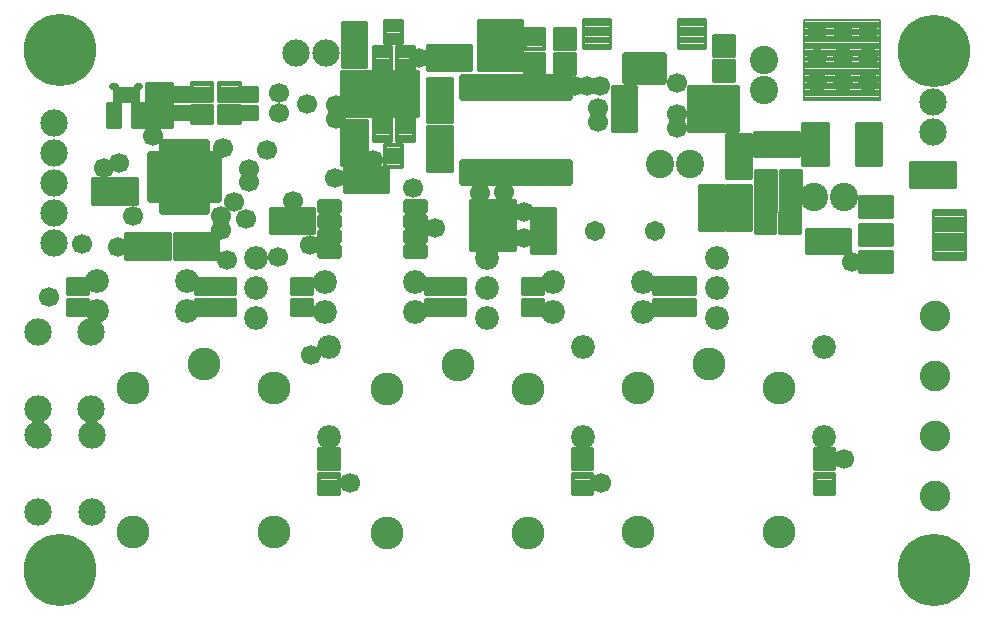
<source format=gbr>
G04 EAGLE Gerber X2 export*
G75*
%MOMM*%
%FSLAX34Y34*%
%LPD*%
%AMOC8*
5,1,8,0,0,1.08239X$1,22.5*%
G01*
%ADD10C,0.597406*%
%ADD11C,0.462000*%
%ADD12R,0.754000X0.754100*%
%ADD13R,0.754000X0.754000*%
%ADD14C,0.449500*%
%ADD15R,1.031800X0.754000*%
%ADD16C,0.553166*%
%ADD17R,0.754100X0.754000*%
%ADD18C,0.351500*%
%ADD19C,0.360000*%
%ADD20C,2.324000*%
%ADD21C,0.600000*%
%ADD22C,1.714400*%
%ADD23C,0.315000*%
%ADD24C,0.340000*%
%ADD25C,2.400200*%
%ADD26C,0.286000*%
%ADD27C,0.597659*%
%ADD28C,0.237000*%
%ADD29C,1.409600*%
%ADD30C,2.781200*%
%ADD31C,2.019200*%
%ADD32C,0.400000*%
%ADD33C,0.323072*%
%ADD34C,0.270000*%
%ADD35C,0.198000*%
%ADD36C,0.312000*%
%ADD37C,6.134000*%
%ADD38C,2.590700*%
%ADD39C,1.700000*%


D10*
X97377Y439639D02*
X95223Y439639D01*
X95223Y439761D01*
X97377Y439761D01*
X97377Y439639D01*
X76377Y439639D02*
X74223Y439639D01*
X74223Y439761D01*
X76377Y439761D01*
X76377Y439639D01*
D11*
X101065Y424278D02*
X101065Y414898D01*
X91685Y414898D01*
X91685Y424278D01*
X101065Y424278D01*
X101065Y419517D02*
X91685Y419517D01*
X91685Y424136D02*
X101065Y424136D01*
X101065Y414752D02*
X101065Y405372D01*
X91685Y405372D01*
X91685Y414752D01*
X101065Y414752D01*
X101065Y409991D02*
X91685Y409991D01*
X91685Y414610D02*
X101065Y414610D01*
D12*
X96375Y410063D03*
D13*
X96375Y419588D03*
D14*
X183597Y422290D02*
X183597Y412284D01*
X183597Y422290D02*
X196103Y422290D01*
X196103Y412284D01*
X183597Y412284D01*
X183597Y416778D02*
X196103Y416778D01*
X196103Y421272D02*
X183597Y421272D01*
X183597Y427660D02*
X183597Y437666D01*
X196103Y437666D01*
X196103Y427660D01*
X183597Y427660D01*
X183597Y432154D02*
X196103Y432154D01*
X196103Y436648D02*
X183597Y436648D01*
D15*
X189850Y432714D03*
X189850Y417236D03*
D14*
X139953Y427660D02*
X139953Y437666D01*
X139953Y427660D02*
X127447Y427660D01*
X127447Y437666D01*
X139953Y437666D01*
X139953Y432154D02*
X127447Y432154D01*
X127447Y436648D02*
X139953Y436648D01*
X139953Y422290D02*
X139953Y412284D01*
X127447Y412284D01*
X127447Y422290D01*
X139953Y422290D01*
X139953Y416778D02*
X127447Y416778D01*
X127447Y421272D02*
X139953Y421272D01*
D15*
X133700Y417236D03*
X133700Y432714D03*
D16*
X323086Y303645D02*
X338254Y303645D01*
X338254Y296605D01*
X323086Y296605D01*
X323086Y303645D01*
X323086Y302136D02*
X338254Y302136D01*
X338254Y316345D02*
X323086Y316345D01*
X338254Y316345D02*
X338254Y309305D01*
X323086Y309305D01*
X323086Y316345D01*
X323086Y314836D02*
X338254Y314836D01*
X338254Y329045D02*
X323086Y329045D01*
X338254Y329045D02*
X338254Y322005D01*
X323086Y322005D01*
X323086Y329045D01*
X323086Y327536D02*
X338254Y327536D01*
X338254Y341745D02*
X323086Y341745D01*
X338254Y341745D02*
X338254Y334705D01*
X323086Y334705D01*
X323086Y341745D01*
X323086Y340236D02*
X338254Y340236D01*
X265864Y341745D02*
X250696Y341745D01*
X265864Y341745D02*
X265864Y334705D01*
X250696Y334705D01*
X250696Y341745D01*
X250696Y340236D02*
X265864Y340236D01*
X265864Y329045D02*
X250696Y329045D01*
X265864Y329045D02*
X265864Y322005D01*
X250696Y322005D01*
X250696Y329045D01*
X250696Y327536D02*
X265864Y327536D01*
X265864Y316345D02*
X250696Y316345D01*
X265864Y316345D02*
X265864Y309305D01*
X250696Y309305D01*
X250696Y316345D01*
X250696Y314836D02*
X265864Y314836D01*
X265864Y303645D02*
X250696Y303645D01*
X265864Y303645D02*
X265864Y296605D01*
X250696Y296605D01*
X250696Y303645D01*
X250696Y302136D02*
X265864Y302136D01*
D11*
X80440Y415298D02*
X80440Y424678D01*
X80440Y415298D02*
X71060Y415298D01*
X71060Y424678D01*
X80440Y424678D01*
X80440Y419917D02*
X71060Y419917D01*
X71060Y424536D02*
X80440Y424536D01*
X80440Y415152D02*
X80440Y405772D01*
X71060Y405772D01*
X71060Y415152D01*
X80440Y415152D01*
X80440Y410391D02*
X71060Y410391D01*
X71060Y415010D02*
X80440Y415010D01*
D12*
X75750Y410463D03*
D13*
X75750Y419988D03*
D11*
X76597Y436840D02*
X85977Y436840D01*
X85977Y427460D01*
X76597Y427460D01*
X76597Y436840D01*
X76597Y432079D02*
X85977Y432079D01*
X85977Y436698D02*
X76597Y436698D01*
X86123Y436840D02*
X95503Y436840D01*
X95503Y427460D01*
X86123Y427460D01*
X86123Y436840D01*
X86123Y432079D02*
X95503Y432079D01*
X95503Y436698D02*
X86123Y436698D01*
D17*
X90813Y432150D03*
D13*
X81287Y432150D03*
D18*
X165032Y422968D02*
X182518Y422968D01*
X182518Y407982D01*
X165032Y407982D01*
X165032Y422968D01*
X165032Y411496D02*
X182518Y411496D01*
X182518Y415010D02*
X165032Y415010D01*
X165032Y418524D02*
X182518Y418524D01*
X182518Y422038D02*
X165032Y422038D01*
X159018Y422968D02*
X141532Y422968D01*
X159018Y422968D02*
X159018Y407982D01*
X141532Y407982D01*
X141532Y422968D01*
X141532Y411496D02*
X159018Y411496D01*
X159018Y415010D02*
X141532Y415010D01*
X141532Y418524D02*
X159018Y418524D01*
X159018Y422038D02*
X141532Y422038D01*
X141532Y426982D02*
X159018Y426982D01*
X141532Y426982D02*
X141532Y441968D01*
X159018Y441968D01*
X159018Y426982D01*
X159018Y430496D02*
X141532Y430496D01*
X141532Y434010D02*
X159018Y434010D01*
X159018Y437524D02*
X141532Y437524D01*
X141532Y441038D02*
X159018Y441038D01*
X165032Y426982D02*
X182518Y426982D01*
X165032Y426982D02*
X165032Y441968D01*
X182518Y441968D01*
X182518Y426982D01*
X182518Y430496D02*
X165032Y430496D01*
X165032Y434010D02*
X182518Y434010D01*
X182518Y437524D02*
X165032Y437524D01*
X165032Y441038D02*
X182518Y441038D01*
D19*
X305700Y389700D02*
X320100Y389700D01*
X320100Y371300D01*
X305700Y371300D01*
X305700Y389700D01*
X305700Y374899D02*
X320100Y374899D01*
X320100Y378498D02*
X305700Y378498D01*
X305700Y382097D02*
X320100Y382097D01*
X320100Y385696D02*
X305700Y385696D01*
X305700Y389295D02*
X320100Y389295D01*
X310600Y411700D02*
X296200Y411700D01*
X310600Y411700D02*
X310600Y393300D01*
X296200Y393300D01*
X296200Y411700D01*
X296200Y396899D02*
X310600Y396899D01*
X310600Y400498D02*
X296200Y400498D01*
X296200Y404097D02*
X310600Y404097D01*
X310600Y407696D02*
X296200Y407696D01*
X296200Y411295D02*
X310600Y411295D01*
X315200Y411700D02*
X329600Y411700D01*
X329600Y393300D01*
X315200Y393300D01*
X315200Y411700D01*
X315200Y396899D02*
X329600Y396899D01*
X329600Y400498D02*
X315200Y400498D01*
X315200Y404097D02*
X329600Y404097D01*
X329600Y407696D02*
X315200Y407696D01*
X315200Y411295D02*
X329600Y411295D01*
X320100Y476000D02*
X305700Y476000D01*
X305700Y494400D01*
X320100Y494400D01*
X320100Y476000D01*
X320100Y479599D02*
X305700Y479599D01*
X305700Y483198D02*
X320100Y483198D01*
X320100Y486797D02*
X305700Y486797D01*
X305700Y490396D02*
X320100Y490396D01*
X320100Y493995D02*
X305700Y493995D01*
X315200Y454000D02*
X329600Y454000D01*
X315200Y454000D02*
X315200Y472400D01*
X329600Y472400D01*
X329600Y454000D01*
X329600Y457599D02*
X315200Y457599D01*
X315200Y461198D02*
X329600Y461198D01*
X329600Y464797D02*
X315200Y464797D01*
X315200Y468396D02*
X329600Y468396D01*
X329600Y471995D02*
X315200Y471995D01*
X310600Y454000D02*
X296200Y454000D01*
X296200Y472400D01*
X310600Y472400D01*
X310600Y454000D01*
X310600Y457599D02*
X296200Y457599D01*
X296200Y461198D02*
X310600Y461198D01*
X310600Y464797D02*
X296200Y464797D01*
X296200Y468396D02*
X310600Y468396D01*
X310600Y471995D02*
X296200Y471995D01*
D20*
X57006Y143912D03*
X11794Y143912D03*
X57006Y78888D03*
X11794Y78888D03*
X11594Y166088D03*
X56806Y166088D03*
X11594Y231112D03*
X56806Y231112D03*
D21*
X454750Y447550D02*
X460750Y447550D01*
X460750Y430550D01*
X454750Y430550D01*
X454750Y447550D01*
X454750Y436549D02*
X460750Y436549D01*
X460750Y442548D02*
X454750Y442548D01*
X454250Y447550D02*
X448250Y447550D01*
X454250Y447550D02*
X454250Y430550D01*
X448250Y430550D01*
X448250Y447550D01*
X448250Y436549D02*
X454250Y436549D01*
X454250Y442548D02*
X448250Y442548D01*
X447750Y447550D02*
X441750Y447550D01*
X447750Y447550D02*
X447750Y430550D01*
X441750Y430550D01*
X441750Y447550D01*
X441750Y436549D02*
X447750Y436549D01*
X447750Y442548D02*
X441750Y442548D01*
X441250Y447550D02*
X435250Y447550D01*
X441250Y447550D02*
X441250Y430550D01*
X435250Y430550D01*
X435250Y447550D01*
X435250Y436549D02*
X441250Y436549D01*
X441250Y442548D02*
X435250Y442548D01*
X434750Y447550D02*
X428750Y447550D01*
X434750Y447550D02*
X434750Y430550D01*
X428750Y430550D01*
X428750Y447550D01*
X428750Y436549D02*
X434750Y436549D01*
X434750Y442548D02*
X428750Y442548D01*
X428250Y447550D02*
X422250Y447550D01*
X428250Y447550D02*
X428250Y430550D01*
X422250Y430550D01*
X422250Y447550D01*
X422250Y436549D02*
X428250Y436549D01*
X428250Y442548D02*
X422250Y442548D01*
X421750Y447550D02*
X415750Y447550D01*
X421750Y447550D02*
X421750Y430550D01*
X415750Y430550D01*
X415750Y447550D01*
X415750Y436549D02*
X421750Y436549D01*
X421750Y442548D02*
X415750Y442548D01*
X415250Y447550D02*
X409250Y447550D01*
X415250Y447550D02*
X415250Y430550D01*
X409250Y430550D01*
X409250Y447550D01*
X409250Y436549D02*
X415250Y436549D01*
X415250Y442548D02*
X409250Y442548D01*
X408750Y447550D02*
X402750Y447550D01*
X408750Y447550D02*
X408750Y430550D01*
X402750Y430550D01*
X402750Y447550D01*
X402750Y436549D02*
X408750Y436549D01*
X408750Y442548D02*
X402750Y442548D01*
X402250Y447550D02*
X396250Y447550D01*
X402250Y447550D02*
X402250Y430550D01*
X396250Y430550D01*
X396250Y447550D01*
X396250Y436549D02*
X402250Y436549D01*
X402250Y442548D02*
X396250Y442548D01*
X395750Y447550D02*
X389750Y447550D01*
X395750Y447550D02*
X395750Y430550D01*
X389750Y430550D01*
X389750Y447550D01*
X389750Y436549D02*
X395750Y436549D01*
X395750Y442548D02*
X389750Y442548D01*
X389250Y447550D02*
X383250Y447550D01*
X389250Y447550D02*
X389250Y430550D01*
X383250Y430550D01*
X383250Y447550D01*
X383250Y436549D02*
X389250Y436549D01*
X389250Y442548D02*
X383250Y442548D01*
X382750Y447550D02*
X376750Y447550D01*
X382750Y447550D02*
X382750Y430550D01*
X376750Y430550D01*
X376750Y447550D01*
X376750Y436549D02*
X382750Y436549D01*
X382750Y442548D02*
X376750Y442548D01*
X376250Y447550D02*
X370250Y447550D01*
X376250Y447550D02*
X376250Y430550D01*
X370250Y430550D01*
X370250Y447550D01*
X370250Y436549D02*
X376250Y436549D01*
X376250Y442548D02*
X370250Y442548D01*
X370250Y375050D02*
X376250Y375050D01*
X376250Y358050D01*
X370250Y358050D01*
X370250Y375050D01*
X370250Y364049D02*
X376250Y364049D01*
X376250Y370048D02*
X370250Y370048D01*
X376750Y375050D02*
X382750Y375050D01*
X382750Y358050D01*
X376750Y358050D01*
X376750Y375050D01*
X376750Y364049D02*
X382750Y364049D01*
X382750Y370048D02*
X376750Y370048D01*
X383250Y375050D02*
X389250Y375050D01*
X389250Y358050D01*
X383250Y358050D01*
X383250Y375050D01*
X383250Y364049D02*
X389250Y364049D01*
X389250Y370048D02*
X383250Y370048D01*
X389750Y375050D02*
X395750Y375050D01*
X395750Y358050D01*
X389750Y358050D01*
X389750Y375050D01*
X389750Y364049D02*
X395750Y364049D01*
X395750Y370048D02*
X389750Y370048D01*
X396250Y375050D02*
X402250Y375050D01*
X402250Y358050D01*
X396250Y358050D01*
X396250Y375050D01*
X396250Y364049D02*
X402250Y364049D01*
X402250Y370048D02*
X396250Y370048D01*
X402750Y375050D02*
X408750Y375050D01*
X408750Y358050D01*
X402750Y358050D01*
X402750Y375050D01*
X402750Y364049D02*
X408750Y364049D01*
X408750Y370048D02*
X402750Y370048D01*
X409250Y375050D02*
X415250Y375050D01*
X415250Y358050D01*
X409250Y358050D01*
X409250Y375050D01*
X409250Y364049D02*
X415250Y364049D01*
X415250Y370048D02*
X409250Y370048D01*
X415750Y375050D02*
X421750Y375050D01*
X421750Y358050D01*
X415750Y358050D01*
X415750Y375050D01*
X415750Y364049D02*
X421750Y364049D01*
X421750Y370048D02*
X415750Y370048D01*
X422250Y375050D02*
X428250Y375050D01*
X428250Y358050D01*
X422250Y358050D01*
X422250Y375050D01*
X422250Y364049D02*
X428250Y364049D01*
X428250Y370048D02*
X422250Y370048D01*
X428750Y375050D02*
X434750Y375050D01*
X434750Y358050D01*
X428750Y358050D01*
X428750Y375050D01*
X428750Y364049D02*
X434750Y364049D01*
X434750Y370048D02*
X428750Y370048D01*
X435250Y375050D02*
X441250Y375050D01*
X441250Y358050D01*
X435250Y358050D01*
X435250Y375050D01*
X435250Y364049D02*
X441250Y364049D01*
X441250Y370048D02*
X435250Y370048D01*
X441750Y375050D02*
X447750Y375050D01*
X447750Y358050D01*
X441750Y358050D01*
X441750Y375050D01*
X441750Y364049D02*
X447750Y364049D01*
X447750Y370048D02*
X441750Y370048D01*
X448250Y375050D02*
X454250Y375050D01*
X454250Y358050D01*
X448250Y358050D01*
X448250Y375050D01*
X448250Y364049D02*
X454250Y364049D01*
X454250Y370048D02*
X448250Y370048D01*
X454750Y375050D02*
X460750Y375050D01*
X460750Y358050D01*
X454750Y358050D01*
X454750Y375050D01*
X454750Y364049D02*
X460750Y364049D01*
X460750Y370048D02*
X454750Y370048D01*
D22*
X533800Y316900D03*
X483000Y316900D03*
D23*
X572425Y336875D02*
X572425Y354725D01*
X592275Y354725D01*
X592275Y336875D01*
X572425Y336875D01*
X572425Y340024D02*
X592275Y340024D01*
X592275Y343173D02*
X572425Y343173D01*
X572425Y346322D02*
X592275Y346322D01*
X592275Y349471D02*
X572425Y349471D01*
X572425Y352620D02*
X592275Y352620D01*
X572425Y335725D02*
X572425Y317875D01*
X572425Y335725D02*
X592275Y335725D01*
X592275Y317875D01*
X572425Y317875D01*
X572425Y321024D02*
X592275Y321024D01*
X592275Y324173D02*
X572425Y324173D01*
X572425Y327322D02*
X592275Y327322D01*
X592275Y330471D02*
X572425Y330471D01*
X572425Y333620D02*
X592275Y333620D01*
X449275Y316225D02*
X449275Y298375D01*
X429425Y298375D01*
X429425Y316225D01*
X449275Y316225D01*
X449275Y301524D02*
X429425Y301524D01*
X429425Y304673D02*
X449275Y304673D01*
X449275Y307822D02*
X429425Y307822D01*
X429425Y310971D02*
X449275Y310971D01*
X449275Y314120D02*
X429425Y314120D01*
X449275Y317375D02*
X449275Y335225D01*
X449275Y317375D02*
X429425Y317375D01*
X429425Y335225D01*
X449275Y335225D01*
X449275Y320524D02*
X429425Y320524D01*
X429425Y323673D02*
X449275Y323673D01*
X449275Y326822D02*
X429425Y326822D01*
X429425Y329971D02*
X449275Y329971D01*
X449275Y333120D02*
X429425Y333120D01*
X402625Y474425D02*
X384775Y474425D01*
X384775Y494275D01*
X402625Y494275D01*
X402625Y474425D01*
X402625Y477574D02*
X384775Y477574D01*
X384775Y480723D02*
X402625Y480723D01*
X402625Y483872D02*
X384775Y483872D01*
X384775Y487021D02*
X402625Y487021D01*
X402625Y490170D02*
X384775Y490170D01*
X384775Y493319D02*
X402625Y493319D01*
X403775Y474425D02*
X421625Y474425D01*
X403775Y474425D02*
X403775Y494275D01*
X421625Y494275D01*
X421625Y474425D01*
X421625Y477574D02*
X403775Y477574D01*
X403775Y480723D02*
X421625Y480723D01*
X421625Y483872D02*
X403775Y483872D01*
X403775Y487021D02*
X421625Y487021D01*
X421625Y490170D02*
X403775Y490170D01*
X403775Y493319D02*
X421625Y493319D01*
D24*
X423700Y488000D02*
X423700Y471400D01*
X423700Y488000D02*
X440300Y488000D01*
X440300Y471400D01*
X423700Y471400D01*
X423700Y474799D02*
X440300Y474799D01*
X440300Y478198D02*
X423700Y478198D01*
X423700Y481597D02*
X440300Y481597D01*
X440300Y484996D02*
X423700Y484996D01*
X423700Y467000D02*
X423700Y450400D01*
X423700Y467000D02*
X440300Y467000D01*
X440300Y450400D01*
X423700Y450400D01*
X423700Y453799D02*
X440300Y453799D01*
X440300Y457198D02*
X423700Y457198D01*
X423700Y460597D02*
X440300Y460597D01*
X440300Y463996D02*
X423700Y463996D01*
D25*
X538500Y373300D03*
X563900Y373300D03*
D21*
X534600Y443500D02*
X534600Y465500D01*
X540600Y465500D01*
X540600Y443500D01*
X534600Y443500D01*
X534600Y449499D02*
X540600Y449499D01*
X540600Y455498D02*
X534600Y455498D01*
X534600Y461497D02*
X540600Y461497D01*
X528100Y465500D02*
X528100Y443500D01*
X528100Y465500D02*
X534100Y465500D01*
X534100Y443500D01*
X528100Y443500D01*
X528100Y449499D02*
X534100Y449499D01*
X534100Y455498D02*
X528100Y455498D01*
X528100Y461497D02*
X534100Y461497D01*
X521600Y465500D02*
X521600Y443500D01*
X521600Y465500D02*
X527600Y465500D01*
X527600Y443500D01*
X521600Y443500D01*
X521600Y449499D02*
X527600Y449499D01*
X527600Y455498D02*
X521600Y455498D01*
X521600Y461497D02*
X527600Y461497D01*
X515100Y465500D02*
X515100Y443500D01*
X515100Y465500D02*
X521100Y465500D01*
X521100Y443500D01*
X515100Y443500D01*
X515100Y449499D02*
X521100Y449499D01*
X521100Y455498D02*
X515100Y455498D01*
X515100Y461497D02*
X521100Y461497D01*
X508600Y465500D02*
X508600Y443500D01*
X508600Y465500D02*
X514600Y465500D01*
X514600Y443500D01*
X508600Y443500D01*
X508600Y449499D02*
X514600Y449499D01*
X514600Y455498D02*
X508600Y455498D01*
X508600Y461497D02*
X514600Y461497D01*
D26*
X496170Y471930D02*
X496170Y496070D01*
X496170Y471930D02*
X473030Y471930D01*
X473030Y496070D01*
X496170Y496070D01*
X496170Y474789D02*
X473030Y474789D01*
X473030Y477648D02*
X496170Y477648D01*
X496170Y480507D02*
X473030Y480507D01*
X473030Y483366D02*
X496170Y483366D01*
X496170Y486225D02*
X473030Y486225D01*
X473030Y489084D02*
X496170Y489084D01*
X496170Y491943D02*
X473030Y491943D01*
X473030Y494802D02*
X496170Y494802D01*
X576170Y496070D02*
X576170Y471930D01*
X553030Y471930D01*
X553030Y496070D01*
X576170Y496070D01*
X576170Y474789D02*
X553030Y474789D01*
X553030Y477648D02*
X576170Y477648D01*
X576170Y480507D02*
X553030Y480507D01*
X553030Y483366D02*
X576170Y483366D01*
X576170Y486225D02*
X553030Y486225D01*
X553030Y489084D02*
X576170Y489084D01*
X576170Y491943D02*
X553030Y491943D01*
X553030Y494802D02*
X576170Y494802D01*
D23*
X498225Y438525D02*
X498225Y420675D01*
X498225Y438525D02*
X518075Y438525D01*
X518075Y420675D01*
X498225Y420675D01*
X498225Y423824D02*
X518075Y423824D01*
X518075Y426973D02*
X498225Y426973D01*
X498225Y430122D02*
X518075Y430122D01*
X518075Y433271D02*
X498225Y433271D01*
X498225Y436420D02*
X518075Y436420D01*
X498225Y419525D02*
X498225Y401675D01*
X498225Y419525D02*
X518075Y419525D01*
X518075Y401675D01*
X498225Y401675D01*
X498225Y404824D02*
X518075Y404824D01*
X518075Y407973D02*
X498225Y407973D01*
X498225Y411122D02*
X518075Y411122D01*
X518075Y414271D02*
X498225Y414271D01*
X498225Y417420D02*
X518075Y417420D01*
X582775Y419625D02*
X582775Y401775D01*
X562925Y401775D01*
X562925Y419625D01*
X582775Y419625D01*
X582775Y404924D02*
X562925Y404924D01*
X562925Y408073D02*
X582775Y408073D01*
X582775Y411222D02*
X562925Y411222D01*
X562925Y414371D02*
X582775Y414371D01*
X582775Y417520D02*
X562925Y417520D01*
X582775Y420775D02*
X582775Y438625D01*
X582775Y420775D02*
X562925Y420775D01*
X562925Y438625D01*
X582775Y438625D01*
X582775Y423924D02*
X562925Y423924D01*
X562925Y427073D02*
X582775Y427073D01*
X582775Y430222D02*
X562925Y430222D01*
X562925Y433371D02*
X582775Y433371D01*
X582775Y436520D02*
X562925Y436520D01*
X359425Y453025D02*
X341575Y453025D01*
X341575Y473875D01*
X359425Y473875D01*
X359425Y453025D01*
X359425Y456174D02*
X341575Y456174D01*
X341575Y459323D02*
X359425Y459323D01*
X359425Y462472D02*
X341575Y462472D01*
X341575Y465621D02*
X359425Y465621D01*
X359425Y468770D02*
X341575Y468770D01*
X341575Y471919D02*
X359425Y471919D01*
X360575Y453025D02*
X378425Y453025D01*
X360575Y453025D02*
X360575Y473875D01*
X378425Y473875D01*
X378425Y453025D01*
X378425Y456174D02*
X360575Y456174D01*
X360575Y459323D02*
X378425Y459323D01*
X378425Y462472D02*
X360575Y462472D01*
X360575Y465621D02*
X378425Y465621D01*
X378425Y468770D02*
X360575Y468770D01*
X360575Y471919D02*
X378425Y471919D01*
X362475Y426625D02*
X362475Y408775D01*
X341625Y408775D01*
X341625Y426625D01*
X362475Y426625D01*
X362475Y411924D02*
X341625Y411924D01*
X341625Y415073D02*
X362475Y415073D01*
X362475Y418222D02*
X341625Y418222D01*
X341625Y421371D02*
X362475Y421371D01*
X362475Y424520D02*
X341625Y424520D01*
X362475Y427775D02*
X362475Y445625D01*
X362475Y427775D02*
X341625Y427775D01*
X341625Y445625D01*
X362475Y445625D01*
X362475Y430924D02*
X341625Y430924D01*
X341625Y434073D02*
X362475Y434073D01*
X362475Y437222D02*
X341625Y437222D01*
X341625Y440371D02*
X362475Y440371D01*
X362475Y443520D02*
X341625Y443520D01*
D24*
X600700Y444100D02*
X600700Y460700D01*
X600700Y444100D02*
X584100Y444100D01*
X584100Y460700D01*
X600700Y460700D01*
X600700Y447499D02*
X584100Y447499D01*
X584100Y450898D02*
X600700Y450898D01*
X600700Y454297D02*
X584100Y454297D01*
X584100Y457696D02*
X600700Y457696D01*
X600700Y465100D02*
X600700Y481700D01*
X600700Y465100D02*
X584100Y465100D01*
X584100Y481700D01*
X600700Y481700D01*
X600700Y468499D02*
X584100Y468499D01*
X584100Y471898D02*
X600700Y471898D01*
X600700Y475297D02*
X584100Y475297D01*
X584100Y478696D02*
X600700Y478696D01*
X449300Y470900D02*
X449300Y487500D01*
X465900Y487500D01*
X465900Y470900D01*
X449300Y470900D01*
X449300Y474299D02*
X465900Y474299D01*
X465900Y477698D02*
X449300Y477698D01*
X449300Y481097D02*
X465900Y481097D01*
X465900Y484496D02*
X449300Y484496D01*
X449300Y466500D02*
X449300Y449900D01*
X449300Y466500D02*
X465900Y466500D01*
X465900Y449900D01*
X449300Y449900D01*
X449300Y453299D02*
X465900Y453299D01*
X465900Y456698D02*
X449300Y456698D01*
X449300Y460097D02*
X465900Y460097D01*
X465900Y463496D02*
X449300Y463496D01*
D23*
X415225Y342575D02*
X397375Y342575D01*
X415225Y342575D02*
X415225Y322725D01*
X397375Y322725D01*
X397375Y342575D01*
X397375Y325874D02*
X415225Y325874D01*
X415225Y329023D02*
X397375Y329023D01*
X397375Y332172D02*
X415225Y332172D01*
X415225Y335321D02*
X397375Y335321D01*
X397375Y338470D02*
X415225Y338470D01*
X415225Y341619D02*
X397375Y341619D01*
X396225Y342575D02*
X378375Y342575D01*
X396225Y342575D02*
X396225Y322725D01*
X378375Y322725D01*
X378375Y342575D01*
X378375Y325874D02*
X396225Y325874D01*
X396225Y329023D02*
X378375Y329023D01*
X378375Y332172D02*
X396225Y332172D01*
X396225Y335321D02*
X378375Y335321D01*
X378375Y338470D02*
X396225Y338470D01*
X396225Y341619D02*
X378375Y341619D01*
X397375Y320975D02*
X415225Y320975D01*
X415225Y301125D01*
X397375Y301125D01*
X397375Y320975D01*
X397375Y304274D02*
X415225Y304274D01*
X415225Y307423D02*
X397375Y307423D01*
X397375Y310572D02*
X415225Y310572D01*
X415225Y313721D02*
X397375Y313721D01*
X397375Y316870D02*
X415225Y316870D01*
X415225Y320019D02*
X397375Y320019D01*
X396225Y320975D02*
X378375Y320975D01*
X396225Y320975D02*
X396225Y301125D01*
X378375Y301125D01*
X378375Y320975D01*
X378375Y304274D02*
X396225Y304274D01*
X396225Y307423D02*
X378375Y307423D01*
X378375Y310572D02*
X396225Y310572D01*
X396225Y313721D02*
X378375Y313721D01*
X378375Y316870D02*
X396225Y316870D01*
X396225Y320019D02*
X378375Y320019D01*
X342025Y386975D02*
X342025Y404825D01*
X361875Y404825D01*
X361875Y386975D01*
X342025Y386975D01*
X342025Y390124D02*
X361875Y390124D01*
X361875Y393273D02*
X342025Y393273D01*
X342025Y396422D02*
X361875Y396422D01*
X361875Y399571D02*
X342025Y399571D01*
X342025Y402720D02*
X361875Y402720D01*
X342025Y385825D02*
X342025Y367975D01*
X342025Y385825D02*
X361875Y385825D01*
X361875Y367975D01*
X342025Y367975D01*
X342025Y371124D02*
X361875Y371124D01*
X361875Y374273D02*
X342025Y374273D01*
X342025Y377422D02*
X361875Y377422D01*
X361875Y380571D02*
X342025Y380571D01*
X342025Y383720D02*
X361875Y383720D01*
X384775Y453225D02*
X402625Y453225D01*
X384775Y453225D02*
X384775Y473075D01*
X402625Y473075D01*
X402625Y453225D01*
X402625Y456374D02*
X384775Y456374D01*
X384775Y459523D02*
X402625Y459523D01*
X402625Y462672D02*
X384775Y462672D01*
X384775Y465821D02*
X402625Y465821D01*
X402625Y468970D02*
X384775Y468970D01*
X384775Y472119D02*
X402625Y472119D01*
X403775Y453225D02*
X421625Y453225D01*
X403775Y453225D02*
X403775Y473075D01*
X421625Y473075D01*
X421625Y453225D01*
X421625Y456374D02*
X403775Y456374D01*
X403775Y459523D02*
X421625Y459523D01*
X421625Y462672D02*
X403775Y462672D01*
X403775Y465821D02*
X421625Y465821D01*
X421625Y468970D02*
X403775Y468970D01*
X403775Y472119D02*
X421625Y472119D01*
D27*
X113958Y379319D02*
X106242Y379319D01*
X106242Y381881D01*
X113958Y381881D01*
X113958Y379319D01*
X113958Y374319D02*
X106242Y374319D01*
X106242Y376881D01*
X113958Y376881D01*
X113958Y374319D01*
X113958Y369319D02*
X106242Y369319D01*
X106242Y371881D01*
X113958Y371881D01*
X113958Y369319D01*
X113958Y364319D02*
X106242Y364319D01*
X106242Y366881D01*
X113958Y366881D01*
X113958Y364319D01*
X113958Y359319D02*
X106242Y359319D01*
X106242Y361881D01*
X113958Y361881D01*
X113958Y359319D01*
X113958Y354319D02*
X106242Y354319D01*
X106242Y356881D01*
X113958Y356881D01*
X113958Y354319D01*
X113958Y349319D02*
X106242Y349319D01*
X106242Y351881D01*
X113958Y351881D01*
X113958Y349319D01*
X113958Y344319D02*
X106242Y344319D01*
X106242Y346881D01*
X113958Y346881D01*
X113958Y344319D01*
X118881Y341958D02*
X118881Y334242D01*
X116319Y334242D01*
X116319Y341958D01*
X118881Y341958D01*
X118881Y340218D02*
X116319Y340218D01*
X123881Y341958D02*
X123881Y334242D01*
X121319Y334242D01*
X121319Y341958D01*
X123881Y341958D01*
X123881Y340218D02*
X121319Y340218D01*
X128881Y341958D02*
X128881Y334242D01*
X126319Y334242D01*
X126319Y341958D01*
X128881Y341958D01*
X128881Y340218D02*
X126319Y340218D01*
X133881Y341958D02*
X133881Y334242D01*
X131319Y334242D01*
X131319Y341958D01*
X133881Y341958D01*
X133881Y340218D02*
X131319Y340218D01*
X138881Y341958D02*
X138881Y334242D01*
X136319Y334242D01*
X136319Y341958D01*
X138881Y341958D01*
X138881Y340218D02*
X136319Y340218D01*
X143881Y341958D02*
X143881Y334242D01*
X141319Y334242D01*
X141319Y341958D01*
X143881Y341958D01*
X143881Y340218D02*
X141319Y340218D01*
X148881Y341958D02*
X148881Y334242D01*
X146319Y334242D01*
X146319Y341958D01*
X148881Y341958D01*
X148881Y340218D02*
X146319Y340218D01*
X153881Y341958D02*
X153881Y334242D01*
X151319Y334242D01*
X151319Y341958D01*
X153881Y341958D01*
X153881Y340218D02*
X151319Y340218D01*
X156242Y346881D02*
X163958Y346881D01*
X163958Y344319D01*
X156242Y344319D01*
X156242Y346881D01*
X156242Y351881D02*
X163958Y351881D01*
X163958Y349319D01*
X156242Y349319D01*
X156242Y351881D01*
X156242Y356881D02*
X163958Y356881D01*
X163958Y354319D01*
X156242Y354319D01*
X156242Y356881D01*
X156242Y361881D02*
X163958Y361881D01*
X163958Y359319D01*
X156242Y359319D01*
X156242Y361881D01*
X156242Y366881D02*
X163958Y366881D01*
X163958Y364319D01*
X156242Y364319D01*
X156242Y366881D01*
X156242Y371881D02*
X163958Y371881D01*
X163958Y369319D01*
X156242Y369319D01*
X156242Y371881D01*
X156242Y376881D02*
X163958Y376881D01*
X163958Y374319D01*
X156242Y374319D01*
X156242Y376881D01*
X156242Y381881D02*
X163958Y381881D01*
X163958Y379319D01*
X156242Y379319D01*
X156242Y381881D01*
X151319Y384242D02*
X151319Y391958D01*
X153881Y391958D01*
X153881Y384242D01*
X151319Y384242D01*
X151319Y390218D02*
X153881Y390218D01*
X146319Y391958D02*
X146319Y384242D01*
X146319Y391958D02*
X148881Y391958D01*
X148881Y384242D01*
X146319Y384242D01*
X146319Y390218D02*
X148881Y390218D01*
X141319Y391958D02*
X141319Y384242D01*
X141319Y391958D02*
X143881Y391958D01*
X143881Y384242D01*
X141319Y384242D01*
X141319Y390218D02*
X143881Y390218D01*
X136319Y391958D02*
X136319Y384242D01*
X136319Y391958D02*
X138881Y391958D01*
X138881Y384242D01*
X136319Y384242D01*
X136319Y390218D02*
X138881Y390218D01*
X131319Y391958D02*
X131319Y384242D01*
X131319Y391958D02*
X133881Y391958D01*
X133881Y384242D01*
X131319Y384242D01*
X131319Y390218D02*
X133881Y390218D01*
X126319Y391958D02*
X126319Y384242D01*
X126319Y391958D02*
X128881Y391958D01*
X128881Y384242D01*
X126319Y384242D01*
X126319Y390218D02*
X128881Y390218D01*
X121319Y391958D02*
X121319Y384242D01*
X121319Y391958D02*
X123881Y391958D01*
X123881Y384242D01*
X121319Y384242D01*
X121319Y390218D02*
X123881Y390218D01*
X116319Y391958D02*
X116319Y384242D01*
X116319Y391958D02*
X118881Y391958D01*
X118881Y384242D01*
X116319Y384242D01*
X116319Y390218D02*
X118881Y390218D01*
D28*
X116535Y344535D02*
X153665Y344535D01*
X116535Y344535D02*
X116535Y381665D01*
X153665Y381665D01*
X153665Y344535D01*
X153665Y346904D02*
X116535Y346904D01*
X116535Y349273D02*
X153665Y349273D01*
X153665Y351642D02*
X116535Y351642D01*
X116535Y354011D02*
X153665Y354011D01*
X153665Y356380D02*
X116535Y356380D01*
X116535Y358749D02*
X153665Y358749D01*
X153665Y361118D02*
X116535Y361118D01*
X116535Y363487D02*
X153665Y363487D01*
X153665Y365856D02*
X116535Y365856D01*
X116535Y368225D02*
X153665Y368225D01*
X153665Y370594D02*
X116535Y370594D01*
X116535Y372963D02*
X153665Y372963D01*
X153665Y375332D02*
X116535Y375332D01*
X116535Y377701D02*
X153665Y377701D01*
X153665Y380070D02*
X116535Y380070D01*
D29*
X123100Y375100D03*
X131100Y375100D03*
X139100Y375100D03*
X147100Y375100D03*
X147100Y367100D03*
X147100Y359100D03*
X147100Y351100D03*
X139100Y351100D03*
X131100Y351100D03*
X123100Y351100D03*
X123100Y359100D03*
X123100Y367100D03*
X131100Y367100D03*
X139100Y367100D03*
X139100Y359100D03*
X131100Y359100D03*
D23*
X95225Y361025D02*
X77375Y361025D01*
X95225Y361025D02*
X95225Y340175D01*
X77375Y340175D01*
X77375Y361025D01*
X77375Y343324D02*
X95225Y343324D01*
X95225Y346473D02*
X77375Y346473D01*
X77375Y349622D02*
X95225Y349622D01*
X95225Y352771D02*
X77375Y352771D01*
X77375Y355920D02*
X95225Y355920D01*
X95225Y359069D02*
X77375Y359069D01*
X76225Y361025D02*
X58375Y361025D01*
X76225Y361025D02*
X76225Y340175D01*
X58375Y340175D01*
X58375Y361025D01*
X58375Y343324D02*
X76225Y343324D01*
X76225Y346473D02*
X58375Y346473D01*
X58375Y349622D02*
X76225Y349622D01*
X76225Y352771D02*
X58375Y352771D01*
X58375Y355920D02*
X76225Y355920D01*
X76225Y359069D02*
X58375Y359069D01*
X105375Y314425D02*
X123225Y314425D01*
X123225Y293575D01*
X105375Y293575D01*
X105375Y314425D01*
X105375Y296724D02*
X123225Y296724D01*
X123225Y299873D02*
X105375Y299873D01*
X105375Y303022D02*
X123225Y303022D01*
X123225Y306171D02*
X105375Y306171D01*
X105375Y309320D02*
X123225Y309320D01*
X123225Y312469D02*
X105375Y312469D01*
X104225Y314425D02*
X86375Y314425D01*
X104225Y314425D02*
X104225Y293575D01*
X86375Y293575D01*
X86375Y314425D01*
X86375Y296724D02*
X104225Y296724D01*
X104225Y299873D02*
X86375Y299873D01*
X86375Y303022D02*
X104225Y303022D01*
X104225Y306171D02*
X86375Y306171D01*
X86375Y309320D02*
X104225Y309320D01*
X104225Y312469D02*
X86375Y312469D01*
X146475Y314425D02*
X164325Y314425D01*
X164325Y293575D01*
X146475Y293575D01*
X146475Y314425D01*
X146475Y296724D02*
X164325Y296724D01*
X164325Y299873D02*
X146475Y299873D01*
X146475Y303022D02*
X164325Y303022D01*
X164325Y306171D02*
X146475Y306171D01*
X146475Y309320D02*
X164325Y309320D01*
X164325Y312469D02*
X146475Y312469D01*
X145325Y314425D02*
X127475Y314425D01*
X145325Y314425D02*
X145325Y293575D01*
X127475Y293575D01*
X127475Y314425D01*
X127475Y296724D02*
X145325Y296724D01*
X145325Y299873D02*
X127475Y299873D01*
X127475Y303022D02*
X145325Y303022D01*
X145325Y306171D02*
X127475Y306171D01*
X127475Y309320D02*
X145325Y309320D01*
X145325Y312469D02*
X127475Y312469D01*
X103775Y423775D02*
X103775Y441625D01*
X124625Y441625D01*
X124625Y423775D01*
X103775Y423775D01*
X103775Y426924D02*
X124625Y426924D01*
X124625Y430073D02*
X103775Y430073D01*
X103775Y433222D02*
X124625Y433222D01*
X124625Y436371D02*
X103775Y436371D01*
X103775Y439520D02*
X124625Y439520D01*
X103775Y422625D02*
X103775Y404775D01*
X103775Y422625D02*
X124625Y422625D01*
X124625Y404775D01*
X103775Y404775D01*
X103775Y407924D02*
X124625Y407924D01*
X124625Y411073D02*
X103775Y411073D01*
X103775Y414222D02*
X124625Y414222D01*
X124625Y417371D02*
X103775Y417371D01*
X103775Y420520D02*
X124625Y420520D01*
X290025Y390825D02*
X290025Y372975D01*
X269175Y372975D01*
X269175Y390825D01*
X290025Y390825D01*
X290025Y376124D02*
X269175Y376124D01*
X269175Y379273D02*
X290025Y379273D01*
X290025Y382422D02*
X269175Y382422D01*
X269175Y385571D02*
X290025Y385571D01*
X290025Y388720D02*
X269175Y388720D01*
X290025Y391975D02*
X290025Y409825D01*
X290025Y391975D02*
X269175Y391975D01*
X269175Y409825D01*
X290025Y409825D01*
X290025Y395124D02*
X269175Y395124D01*
X269175Y398273D02*
X290025Y398273D01*
X290025Y401422D02*
X269175Y401422D01*
X269175Y404571D02*
X290025Y404571D01*
X290025Y407720D02*
X269175Y407720D01*
X245325Y335725D02*
X227475Y335725D01*
X245325Y335725D02*
X245325Y314875D01*
X227475Y314875D01*
X227475Y335725D01*
X227475Y318024D02*
X245325Y318024D01*
X245325Y321173D02*
X227475Y321173D01*
X227475Y324322D02*
X245325Y324322D01*
X245325Y327471D02*
X227475Y327471D01*
X227475Y330620D02*
X245325Y330620D01*
X245325Y333769D02*
X227475Y333769D01*
X226325Y335725D02*
X208475Y335725D01*
X226325Y335725D02*
X226325Y314875D01*
X208475Y314875D01*
X208475Y335725D01*
X208475Y318024D02*
X226325Y318024D01*
X226325Y321173D02*
X208475Y321173D01*
X208475Y324322D02*
X226325Y324322D01*
X226325Y327471D02*
X208475Y327471D01*
X208475Y330620D02*
X226325Y330620D01*
X226325Y333769D02*
X208475Y333769D01*
X290075Y370525D02*
X307925Y370525D01*
X307925Y349675D01*
X290075Y349675D01*
X290075Y370525D01*
X290075Y352824D02*
X307925Y352824D01*
X307925Y355973D02*
X290075Y355973D01*
X290075Y359122D02*
X307925Y359122D01*
X307925Y362271D02*
X290075Y362271D01*
X290075Y365420D02*
X307925Y365420D01*
X307925Y368569D02*
X290075Y368569D01*
X288925Y370525D02*
X271075Y370525D01*
X288925Y370525D02*
X288925Y349675D01*
X271075Y349675D01*
X271075Y370525D01*
X271075Y352824D02*
X288925Y352824D01*
X288925Y355973D02*
X271075Y355973D01*
X271075Y359122D02*
X288925Y359122D01*
X288925Y362271D02*
X271075Y362271D01*
X271075Y365420D02*
X288925Y365420D01*
X288925Y368569D02*
X271075Y368569D01*
X312875Y433375D02*
X312875Y451225D01*
X333725Y451225D01*
X333725Y433375D01*
X312875Y433375D01*
X312875Y436524D02*
X333725Y436524D01*
X333725Y439673D02*
X312875Y439673D01*
X312875Y442822D02*
X333725Y442822D01*
X333725Y445971D02*
X312875Y445971D01*
X312875Y449120D02*
X333725Y449120D01*
X312875Y432225D02*
X312875Y414375D01*
X312875Y432225D02*
X333725Y432225D01*
X333725Y414375D01*
X312875Y414375D01*
X312875Y417524D02*
X333725Y417524D01*
X333725Y420673D02*
X312875Y420673D01*
X312875Y423822D02*
X333725Y423822D01*
X333725Y426971D02*
X312875Y426971D01*
X312875Y430120D02*
X333725Y430120D01*
X312025Y432225D02*
X312025Y414375D01*
X291175Y414375D01*
X291175Y432225D01*
X312025Y432225D01*
X312025Y417524D02*
X291175Y417524D01*
X291175Y420673D02*
X312025Y420673D01*
X312025Y423822D02*
X291175Y423822D01*
X291175Y426971D02*
X312025Y426971D01*
X312025Y430120D02*
X291175Y430120D01*
X312025Y433375D02*
X312025Y451225D01*
X312025Y433375D02*
X291175Y433375D01*
X291175Y451225D01*
X312025Y451225D01*
X312025Y436524D02*
X291175Y436524D01*
X291175Y439673D02*
X312025Y439673D01*
X312025Y442822D02*
X291175Y442822D01*
X291175Y445971D02*
X312025Y445971D01*
X312025Y449120D02*
X291175Y449120D01*
X269275Y451325D02*
X269275Y433475D01*
X269275Y451325D02*
X290125Y451325D01*
X290125Y433475D01*
X269275Y433475D01*
X269275Y436624D02*
X290125Y436624D01*
X290125Y439773D02*
X269275Y439773D01*
X269275Y442922D02*
X290125Y442922D01*
X290125Y446071D02*
X269275Y446071D01*
X269275Y449220D02*
X290125Y449220D01*
X269275Y432325D02*
X269275Y414475D01*
X269275Y432325D02*
X290125Y432325D01*
X290125Y414475D01*
X269275Y414475D01*
X269275Y417624D02*
X290125Y417624D01*
X290125Y420773D02*
X269275Y420773D01*
X269275Y423922D02*
X290125Y423922D01*
X290125Y427071D02*
X269275Y427071D01*
X269275Y430220D02*
X290125Y430220D01*
X269675Y474875D02*
X269675Y492725D01*
X289525Y492725D01*
X289525Y474875D01*
X269675Y474875D01*
X269675Y478024D02*
X289525Y478024D01*
X289525Y481173D02*
X269675Y481173D01*
X269675Y484322D02*
X289525Y484322D01*
X289525Y487471D02*
X269675Y487471D01*
X269675Y490620D02*
X289525Y490620D01*
X269675Y473725D02*
X269675Y455875D01*
X269675Y473725D02*
X289525Y473725D01*
X289525Y455875D01*
X269675Y455875D01*
X269675Y459024D02*
X289525Y459024D01*
X289525Y462173D02*
X269675Y462173D01*
X269675Y465322D02*
X289525Y465322D01*
X289525Y468471D02*
X269675Y468471D01*
X269675Y471620D02*
X289525Y471620D01*
D30*
X579400Y204550D03*
X519710Y184230D03*
X639090Y184230D03*
X639090Y62310D03*
X519710Y62310D03*
D31*
X677400Y218900D03*
X677400Y142700D03*
X586700Y294200D03*
X586700Y243400D03*
X586700Y268800D03*
X447500Y274100D03*
X447500Y248700D03*
X523700Y248700D03*
X523700Y274100D03*
D32*
X567300Y258700D02*
X567300Y246700D01*
X551300Y246700D01*
X551300Y258700D01*
X567300Y258700D01*
X567300Y250699D02*
X551300Y250699D01*
X551300Y254698D02*
X567300Y254698D01*
X567300Y258697D02*
X551300Y258697D01*
X567300Y264700D02*
X567300Y276700D01*
X567300Y264700D02*
X551300Y264700D01*
X551300Y276700D01*
X567300Y276700D01*
X567300Y268699D02*
X551300Y268699D01*
X551300Y272698D02*
X567300Y272698D01*
X567300Y276697D02*
X551300Y276697D01*
X533100Y276700D02*
X533100Y264700D01*
X533100Y276700D02*
X549100Y276700D01*
X549100Y264700D01*
X533100Y264700D01*
X533100Y268699D02*
X549100Y268699D01*
X549100Y272698D02*
X533100Y272698D01*
X533100Y276697D02*
X549100Y276697D01*
X533100Y258700D02*
X533100Y246700D01*
X533100Y258700D02*
X549100Y258700D01*
X549100Y246700D01*
X533100Y246700D01*
X533100Y250699D02*
X549100Y250699D01*
X549100Y254698D02*
X533100Y254698D01*
X533100Y258697D02*
X549100Y258697D01*
X438000Y258500D02*
X438000Y246500D01*
X422000Y246500D01*
X422000Y258500D01*
X438000Y258500D01*
X438000Y250499D02*
X422000Y250499D01*
X422000Y254498D02*
X438000Y254498D01*
X438000Y258497D02*
X422000Y258497D01*
X438000Y264500D02*
X438000Y276500D01*
X438000Y264500D02*
X422000Y264500D01*
X422000Y276500D01*
X438000Y276500D01*
X438000Y268499D02*
X422000Y268499D01*
X422000Y272498D02*
X438000Y272498D01*
X438000Y276497D02*
X422000Y276497D01*
D24*
X669100Y132200D02*
X669100Y115600D01*
X669100Y132200D02*
X685700Y132200D01*
X685700Y115600D01*
X669100Y115600D01*
X669100Y118999D02*
X685700Y118999D01*
X685700Y122398D02*
X669100Y122398D01*
X669100Y125797D02*
X685700Y125797D01*
X685700Y129196D02*
X669100Y129196D01*
X669100Y111200D02*
X669100Y94600D01*
X669100Y111200D02*
X685700Y111200D01*
X685700Y94600D01*
X669100Y94600D01*
X669100Y97999D02*
X685700Y97999D01*
X685700Y101398D02*
X669100Y101398D01*
X669100Y104797D02*
X685700Y104797D01*
X685700Y108196D02*
X669100Y108196D01*
D23*
X770075Y374313D02*
X787925Y374313D01*
X787925Y354463D01*
X770075Y354463D01*
X770075Y374313D01*
X770075Y357612D02*
X787925Y357612D01*
X787925Y360761D02*
X770075Y360761D01*
X770075Y363910D02*
X787925Y363910D01*
X787925Y367059D02*
X770075Y367059D01*
X770075Y370208D02*
X787925Y370208D01*
X787925Y373357D02*
X770075Y373357D01*
X768925Y374313D02*
X751075Y374313D01*
X768925Y374313D02*
X768925Y354463D01*
X751075Y354463D01*
X751075Y374313D01*
X751075Y357612D02*
X768925Y357612D01*
X768925Y360761D02*
X751075Y360761D01*
X751075Y363910D02*
X768925Y363910D01*
X768925Y367059D02*
X751075Y367059D01*
X751075Y370208D02*
X768925Y370208D01*
X768925Y373357D02*
X751075Y373357D01*
D25*
X694300Y345700D03*
X668900Y345700D03*
D33*
X707251Y345395D02*
X707251Y328433D01*
X707251Y345395D02*
X734373Y345395D01*
X734373Y328433D01*
X707251Y328433D01*
X707251Y331663D02*
X734373Y331663D01*
X734373Y334893D02*
X707251Y334893D01*
X707251Y338123D02*
X734373Y338123D01*
X734373Y341353D02*
X707251Y341353D01*
X707251Y344583D02*
X734373Y344583D01*
X707251Y322281D02*
X707251Y305319D01*
X707251Y322281D02*
X734373Y322281D01*
X734373Y305319D01*
X707251Y305319D01*
X707251Y308549D02*
X734373Y308549D01*
X734373Y311779D02*
X707251Y311779D01*
X707251Y315009D02*
X734373Y315009D01*
X734373Y318239D02*
X707251Y318239D01*
X707251Y321469D02*
X734373Y321469D01*
X707251Y299167D02*
X707251Y282205D01*
X707251Y299167D02*
X734373Y299167D01*
X734373Y282205D01*
X707251Y282205D01*
X707251Y285435D02*
X734373Y285435D01*
X734373Y288665D02*
X707251Y288665D01*
X707251Y291895D02*
X734373Y291895D01*
X734373Y295125D02*
X707251Y295125D01*
X707251Y298355D02*
X734373Y298355D01*
D34*
X769140Y293150D02*
X769140Y334450D01*
X796440Y334450D01*
X796440Y293150D01*
X769140Y293150D01*
X769140Y295849D02*
X796440Y295849D01*
X796440Y298548D02*
X769140Y298548D01*
X769140Y301247D02*
X796440Y301247D01*
X796440Y303946D02*
X769140Y303946D01*
X769140Y306645D02*
X796440Y306645D01*
X796440Y309344D02*
X769140Y309344D01*
X769140Y312043D02*
X796440Y312043D01*
X796440Y314742D02*
X769140Y314742D01*
X769140Y317441D02*
X796440Y317441D01*
X796440Y320140D02*
X769140Y320140D01*
X769140Y322839D02*
X796440Y322839D01*
X796440Y325538D02*
X769140Y325538D01*
X769140Y328237D02*
X796440Y328237D01*
X796440Y330936D02*
X769140Y330936D01*
X769140Y333635D02*
X796440Y333635D01*
D23*
X680325Y298087D02*
X662475Y298087D01*
X662475Y317937D01*
X680325Y317937D01*
X680325Y298087D01*
X680325Y301236D02*
X662475Y301236D01*
X662475Y304385D02*
X680325Y304385D01*
X680325Y307534D02*
X662475Y307534D01*
X662475Y310683D02*
X680325Y310683D01*
X680325Y313832D02*
X662475Y313832D01*
X662475Y316981D02*
X680325Y316981D01*
X681475Y298087D02*
X699325Y298087D01*
X681475Y298087D02*
X681475Y317937D01*
X699325Y317937D01*
X699325Y298087D01*
X699325Y301236D02*
X681475Y301236D01*
X681475Y304385D02*
X699325Y304385D01*
X699325Y307534D02*
X681475Y307534D01*
X681475Y310683D02*
X699325Y310683D01*
X699325Y313832D02*
X681475Y313832D01*
X681475Y316981D02*
X699325Y316981D01*
D24*
X657200Y367688D02*
X640600Y367688D01*
X657200Y367688D02*
X657200Y351088D01*
X640600Y351088D01*
X640600Y367688D01*
X640600Y354487D02*
X657200Y354487D01*
X657200Y357886D02*
X640600Y357886D01*
X640600Y361285D02*
X657200Y361285D01*
X657200Y364684D02*
X640600Y364684D01*
X636200Y367688D02*
X619600Y367688D01*
X636200Y367688D02*
X636200Y351088D01*
X619600Y351088D01*
X619600Y367688D01*
X619600Y354487D02*
X636200Y354487D01*
X636200Y357886D02*
X619600Y357886D01*
X619600Y361285D02*
X636200Y361285D01*
X636200Y364684D02*
X619600Y364684D01*
D23*
X618875Y380087D02*
X636725Y380087D01*
X618875Y380087D02*
X618875Y399937D01*
X636725Y399937D01*
X636725Y380087D01*
X636725Y383236D02*
X618875Y383236D01*
X618875Y386385D02*
X636725Y386385D01*
X636725Y389534D02*
X618875Y389534D01*
X618875Y392683D02*
X636725Y392683D01*
X636725Y395832D02*
X618875Y395832D01*
X618875Y398981D02*
X636725Y398981D01*
X637875Y380087D02*
X655725Y380087D01*
X637875Y380087D02*
X637875Y399937D01*
X655725Y399937D01*
X655725Y380087D01*
X655725Y383236D02*
X637875Y383236D01*
X637875Y386385D02*
X655725Y386385D01*
X655725Y389534D02*
X637875Y389534D01*
X637875Y392683D02*
X655725Y392683D01*
X655725Y395832D02*
X637875Y395832D01*
X637875Y398981D02*
X655725Y398981D01*
D35*
X660390Y427890D02*
X724410Y427890D01*
X660390Y427890D02*
X660390Y495910D01*
X724410Y495910D01*
X724410Y427890D01*
X724410Y429869D02*
X660390Y429869D01*
X660390Y431848D02*
X724410Y431848D01*
X724410Y433827D02*
X660390Y433827D01*
X660390Y435806D02*
X724410Y435806D01*
X724410Y437785D02*
X660390Y437785D01*
X660390Y439764D02*
X724410Y439764D01*
X724410Y441743D02*
X660390Y441743D01*
X660390Y443722D02*
X724410Y443722D01*
X724410Y445701D02*
X660390Y445701D01*
X660390Y447680D02*
X724410Y447680D01*
X724410Y449659D02*
X660390Y449659D01*
X660390Y451638D02*
X724410Y451638D01*
X724410Y453617D02*
X660390Y453617D01*
X660390Y455596D02*
X724410Y455596D01*
X724410Y457575D02*
X660390Y457575D01*
X660390Y459554D02*
X724410Y459554D01*
X724410Y461533D02*
X660390Y461533D01*
X660390Y463512D02*
X724410Y463512D01*
X724410Y465491D02*
X660390Y465491D01*
X660390Y467470D02*
X724410Y467470D01*
X724410Y469449D02*
X660390Y469449D01*
X660390Y471428D02*
X724410Y471428D01*
X724410Y473407D02*
X660390Y473407D01*
X660390Y475386D02*
X724410Y475386D01*
X724410Y477365D02*
X660390Y477365D01*
X660390Y479344D02*
X724410Y479344D01*
X724410Y481323D02*
X660390Y481323D01*
X660390Y483302D02*
X724410Y483302D01*
X724410Y485281D02*
X660390Y485281D01*
X660390Y487260D02*
X724410Y487260D01*
X724410Y489239D02*
X660390Y489239D01*
X660390Y491218D02*
X724410Y491218D01*
X724410Y493197D02*
X660390Y493197D01*
X660390Y495176D02*
X724410Y495176D01*
D36*
X680040Y372660D02*
X659160Y372660D01*
X659160Y407540D01*
X680040Y407540D01*
X680040Y372660D01*
X680040Y375779D02*
X659160Y375779D01*
X659160Y378898D02*
X680040Y378898D01*
X680040Y382017D02*
X659160Y382017D01*
X659160Y385136D02*
X680040Y385136D01*
X680040Y388255D02*
X659160Y388255D01*
X659160Y391374D02*
X680040Y391374D01*
X680040Y394493D02*
X659160Y394493D01*
X659160Y397612D02*
X680040Y397612D01*
X680040Y400731D02*
X659160Y400731D01*
X659160Y403850D02*
X680040Y403850D01*
X680040Y406969D02*
X659160Y406969D01*
X704760Y372660D02*
X725640Y372660D01*
X704760Y372660D02*
X704760Y407540D01*
X725640Y407540D01*
X725640Y372660D01*
X725640Y375779D02*
X704760Y375779D01*
X704760Y378898D02*
X725640Y378898D01*
X725640Y382017D02*
X704760Y382017D01*
X704760Y385136D02*
X725640Y385136D01*
X725640Y388255D02*
X704760Y388255D01*
X704760Y391374D02*
X725640Y391374D01*
X725640Y394493D02*
X704760Y394493D01*
X704760Y397612D02*
X725640Y397612D01*
X725640Y400731D02*
X704760Y400731D01*
X704760Y403850D02*
X725640Y403850D01*
X725640Y406969D02*
X704760Y406969D01*
D25*
X626100Y462000D03*
X626100Y436600D03*
D37*
X30200Y469800D03*
X769900Y469700D03*
X30100Y30000D03*
X769900Y29900D03*
D20*
X769500Y400500D03*
X769500Y425900D03*
D38*
X770850Y244900D03*
X770850Y194100D03*
X770850Y143300D03*
X770850Y92500D03*
D30*
X151800Y204250D03*
X92110Y183930D03*
X211490Y183930D03*
X211490Y62010D03*
X92110Y62010D03*
D31*
X258000Y219100D03*
X258000Y142900D03*
X196100Y294100D03*
X196100Y243300D03*
X196100Y268700D03*
X61100Y274300D03*
X61100Y248900D03*
X137300Y248900D03*
X137300Y274300D03*
D32*
X177100Y258500D02*
X177100Y246500D01*
X161100Y246500D01*
X161100Y258500D01*
X177100Y258500D01*
X177100Y250499D02*
X161100Y250499D01*
X161100Y254498D02*
X177100Y254498D01*
X177100Y258497D02*
X161100Y258497D01*
X177100Y264500D02*
X177100Y276500D01*
X177100Y264500D02*
X161100Y264500D01*
X161100Y276500D01*
X177100Y276500D01*
X177100Y268499D02*
X161100Y268499D01*
X161100Y272498D02*
X177100Y272498D01*
X177100Y276497D02*
X161100Y276497D01*
X145500Y276500D02*
X145500Y264500D01*
X145500Y276500D02*
X161500Y276500D01*
X161500Y264500D01*
X145500Y264500D01*
X145500Y268499D02*
X161500Y268499D01*
X161500Y272498D02*
X145500Y272498D01*
X145500Y276497D02*
X161500Y276497D01*
X145500Y258500D02*
X145500Y246500D01*
X145500Y258500D02*
X161500Y258500D01*
X161500Y246500D01*
X145500Y246500D01*
X145500Y250499D02*
X161500Y250499D01*
X161500Y254498D02*
X145500Y254498D01*
X145500Y258497D02*
X161500Y258497D01*
X53100Y258400D02*
X53100Y246400D01*
X37100Y246400D01*
X37100Y258400D01*
X53100Y258400D01*
X53100Y250399D02*
X37100Y250399D01*
X37100Y254398D02*
X53100Y254398D01*
X53100Y258397D02*
X37100Y258397D01*
X53100Y264400D02*
X53100Y276400D01*
X53100Y264400D02*
X37100Y264400D01*
X37100Y276400D01*
X53100Y276400D01*
X53100Y268399D02*
X37100Y268399D01*
X37100Y272398D02*
X53100Y272398D01*
X53100Y276397D02*
X37100Y276397D01*
D24*
X249800Y132200D02*
X249800Y115600D01*
X249800Y132200D02*
X266400Y132200D01*
X266400Y115600D01*
X249800Y115600D01*
X249800Y118999D02*
X266400Y118999D01*
X266400Y122398D02*
X249800Y122398D01*
X249800Y125797D02*
X266400Y125797D01*
X266400Y129196D02*
X249800Y129196D01*
X249800Y111200D02*
X249800Y94600D01*
X249800Y111200D02*
X266400Y111200D01*
X266400Y94600D01*
X249800Y94600D01*
X249800Y97999D02*
X266400Y97999D01*
X266400Y101398D02*
X249800Y101398D01*
X249800Y104797D02*
X266400Y104797D01*
X266400Y108196D02*
X249800Y108196D01*
D30*
X366800Y203850D03*
X307110Y183530D03*
X426490Y183530D03*
X426490Y61610D03*
X307110Y61610D03*
D31*
X473100Y218900D03*
X473100Y142700D03*
X391900Y294000D03*
X391900Y243200D03*
X391900Y268600D03*
X254800Y274100D03*
X254800Y248700D03*
X331000Y248700D03*
X331000Y274100D03*
D32*
X372200Y258500D02*
X372200Y246500D01*
X356200Y246500D01*
X356200Y258500D01*
X372200Y258500D01*
X372200Y250499D02*
X356200Y250499D01*
X356200Y254498D02*
X372200Y254498D01*
X372200Y258497D02*
X356200Y258497D01*
X372200Y264500D02*
X372200Y276500D01*
X372200Y264500D02*
X356200Y264500D01*
X356200Y276500D01*
X372200Y276500D01*
X372200Y268499D02*
X356200Y268499D01*
X356200Y272498D02*
X372200Y272498D01*
X372200Y276497D02*
X356200Y276497D01*
X340300Y276500D02*
X340300Y264500D01*
X340300Y276500D02*
X356300Y276500D01*
X356300Y264500D01*
X340300Y264500D01*
X340300Y268499D02*
X356300Y268499D01*
X356300Y272498D02*
X340300Y272498D01*
X340300Y276497D02*
X356300Y276497D01*
X340300Y258500D02*
X340300Y246500D01*
X340300Y258500D02*
X356300Y258500D01*
X356300Y246500D01*
X340300Y246500D01*
X340300Y250499D02*
X356300Y250499D01*
X356300Y254498D02*
X340300Y254498D01*
X340300Y258497D02*
X356300Y258497D01*
X242700Y258600D02*
X242700Y246600D01*
X226700Y246600D01*
X226700Y258600D01*
X242700Y258600D01*
X242700Y250599D02*
X226700Y250599D01*
X226700Y254598D02*
X242700Y254598D01*
X242700Y258597D02*
X226700Y258597D01*
X242700Y264600D02*
X242700Y276600D01*
X242700Y264600D02*
X226700Y264600D01*
X226700Y276600D01*
X242700Y276600D01*
X242700Y268599D02*
X226700Y268599D01*
X226700Y272598D02*
X242700Y272598D01*
X242700Y276597D02*
X226700Y276597D01*
D24*
X464400Y132200D02*
X464400Y115600D01*
X464400Y132200D02*
X481000Y132200D01*
X481000Y115600D01*
X464400Y115600D01*
X464400Y118999D02*
X481000Y118999D01*
X481000Y122398D02*
X464400Y122398D01*
X464400Y125797D02*
X481000Y125797D01*
X481000Y129196D02*
X464400Y129196D01*
X464400Y111200D02*
X464400Y94600D01*
X464400Y111200D02*
X481000Y111200D01*
X481000Y94600D01*
X464400Y94600D01*
X464400Y97999D02*
X481000Y97999D01*
X481000Y101398D02*
X464400Y101398D01*
X464400Y104797D02*
X481000Y104797D01*
X481000Y108196D02*
X464400Y108196D01*
X640400Y349600D02*
X657000Y349600D01*
X657000Y333000D01*
X640400Y333000D01*
X640400Y349600D01*
X640400Y336399D02*
X657000Y336399D01*
X657000Y339798D02*
X640400Y339798D01*
X640400Y343197D02*
X657000Y343197D01*
X657000Y346596D02*
X640400Y346596D01*
X636000Y349600D02*
X619400Y349600D01*
X636000Y349600D02*
X636000Y333000D01*
X619400Y333000D01*
X619400Y349600D01*
X619400Y336399D02*
X636000Y336399D01*
X636000Y339798D02*
X619400Y339798D01*
X619400Y343197D02*
X636000Y343197D01*
X636000Y346596D02*
X619400Y346596D01*
D23*
X615025Y361675D02*
X615025Y379525D01*
X615025Y361675D02*
X595175Y361675D01*
X595175Y379525D01*
X615025Y379525D01*
X615025Y364824D02*
X595175Y364824D01*
X595175Y367973D02*
X615025Y367973D01*
X615025Y371122D02*
X595175Y371122D01*
X595175Y374271D02*
X615025Y374271D01*
X615025Y377420D02*
X595175Y377420D01*
X615025Y380675D02*
X615025Y398525D01*
X615025Y380675D02*
X595175Y380675D01*
X595175Y398525D01*
X615025Y398525D01*
X615025Y383824D02*
X595175Y383824D01*
X595175Y386973D02*
X615025Y386973D01*
X615025Y390122D02*
X595175Y390122D01*
X595175Y393271D02*
X615025Y393271D01*
X615025Y396420D02*
X595175Y396420D01*
D24*
X640100Y332100D02*
X656700Y332100D01*
X656700Y315500D01*
X640100Y315500D01*
X640100Y332100D01*
X640100Y318899D02*
X656700Y318899D01*
X656700Y322298D02*
X640100Y322298D01*
X640100Y325697D02*
X656700Y325697D01*
X656700Y329096D02*
X640100Y329096D01*
X635700Y332100D02*
X619100Y332100D01*
X635700Y332100D02*
X635700Y315500D01*
X619100Y315500D01*
X619100Y332100D01*
X619100Y318899D02*
X635700Y318899D01*
X635700Y322298D02*
X619100Y322298D01*
X619100Y325697D02*
X635700Y325697D01*
X635700Y329096D02*
X619100Y329096D01*
D23*
X595075Y337075D02*
X595075Y354925D01*
X614925Y354925D01*
X614925Y337075D01*
X595075Y337075D01*
X595075Y340224D02*
X614925Y340224D01*
X614925Y343373D02*
X595075Y343373D01*
X595075Y346522D02*
X614925Y346522D01*
X614925Y349671D02*
X595075Y349671D01*
X595075Y352820D02*
X614925Y352820D01*
X595075Y335925D02*
X595075Y318075D01*
X595075Y335925D02*
X614925Y335925D01*
X614925Y318075D01*
X595075Y318075D01*
X595075Y321224D02*
X614925Y321224D01*
X614925Y324373D02*
X595075Y324373D01*
X595075Y327522D02*
X614925Y327522D01*
X614925Y330671D02*
X595075Y330671D01*
X595075Y333820D02*
X614925Y333820D01*
X604025Y401775D02*
X604025Y419625D01*
X604025Y401775D02*
X584175Y401775D01*
X584175Y419625D01*
X604025Y419625D01*
X604025Y404924D02*
X584175Y404924D01*
X584175Y408073D02*
X604025Y408073D01*
X604025Y411222D02*
X584175Y411222D01*
X584175Y414371D02*
X604025Y414371D01*
X604025Y417520D02*
X584175Y417520D01*
X604025Y420775D02*
X604025Y438625D01*
X604025Y420775D02*
X584175Y420775D01*
X584175Y438625D01*
X604025Y438625D01*
X604025Y423924D02*
X584175Y423924D01*
X584175Y427073D02*
X604025Y427073D01*
X604025Y430222D02*
X584175Y430222D01*
X584175Y433371D02*
X604025Y433371D01*
X604025Y436520D02*
X584175Y436520D01*
D20*
X230200Y467200D03*
X255600Y467200D03*
X25400Y408400D03*
X25400Y383000D03*
X25400Y357600D03*
X25400Y332200D03*
X25400Y306800D03*
D39*
X21000Y261400D03*
X215600Y433400D03*
X215700Y416700D03*
X48700Y306200D03*
X671000Y485000D03*
X693000Y485000D03*
X714000Y485000D03*
X671000Y463000D03*
X693000Y464000D03*
X714000Y464000D03*
X671000Y443000D03*
X693000Y443000D03*
X714000Y443000D03*
X700500Y290800D03*
X263600Y423400D03*
X347500Y319200D03*
X172000Y292400D03*
X241900Y304700D03*
X79300Y303700D03*
X67300Y369900D03*
X476800Y439300D03*
X295600Y376700D03*
X466000Y439300D03*
X263700Y411300D03*
X486000Y409300D03*
X487700Y439400D03*
X333800Y463200D03*
X189900Y369200D03*
X177500Y341700D03*
X205600Y385400D03*
X187900Y326900D03*
X189800Y358000D03*
X227200Y342100D03*
X166900Y318000D03*
X263100Y361900D03*
X239100Y424500D03*
X108600Y397500D03*
X328900Y353200D03*
X243000Y212300D03*
X405800Y349500D03*
X552900Y442500D03*
X552900Y404100D03*
X423400Y311000D03*
X552900Y415600D03*
X423400Y332600D03*
X486000Y420800D03*
X385900Y348800D03*
X168000Y387400D03*
X80500Y374100D03*
X166800Y329300D03*
X92400Y329800D03*
X214600Y295000D03*
X693900Y123800D03*
X275500Y103800D03*
X488600Y103400D03*
M02*

</source>
